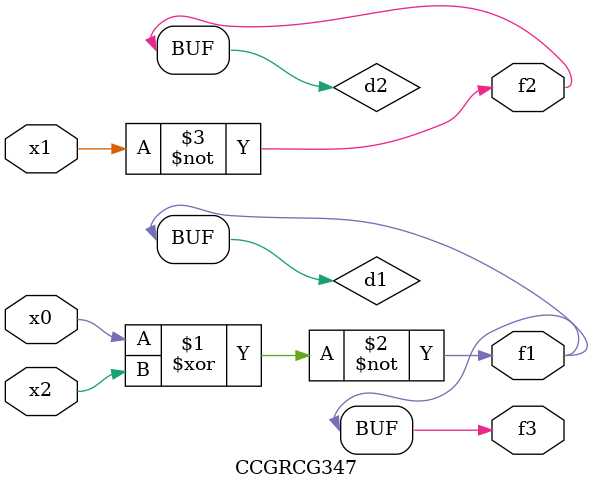
<source format=v>
module CCGRCG347(
	input x0, x1, x2,
	output f1, f2, f3
);

	wire d1, d2, d3;

	xnor (d1, x0, x2);
	nand (d2, x1);
	nor (d3, x1, x2);
	assign f1 = d1;
	assign f2 = d2;
	assign f3 = d1;
endmodule

</source>
